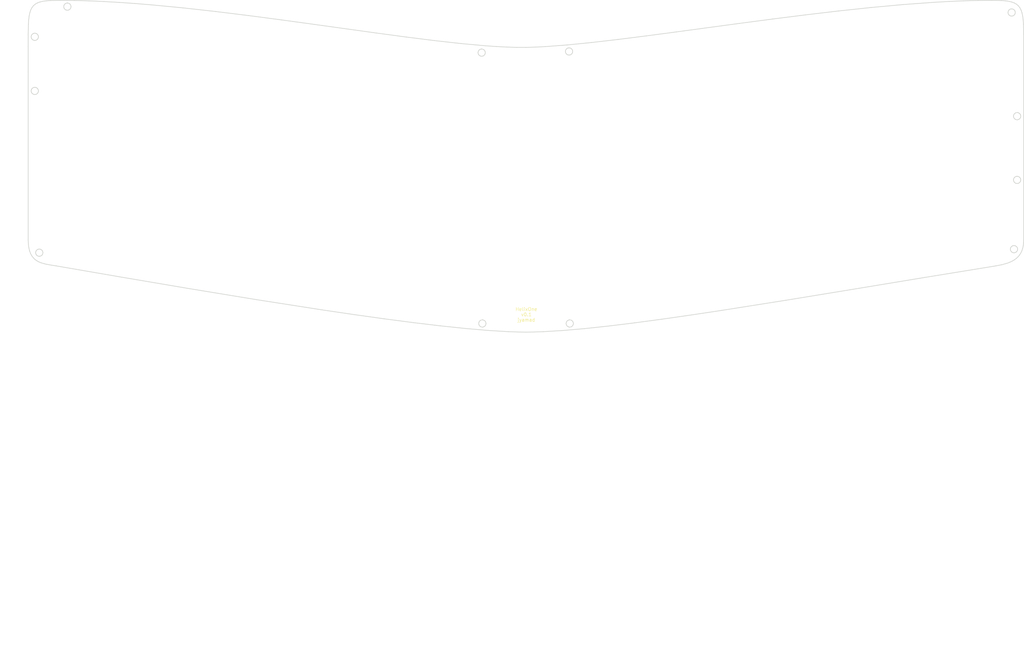
<source format=kicad_pcb>
(kicad_pcb (version 20171130) (host pcbnew "(5.1.6-0-10_14)")

  (general
    (thickness 1.6)
    (drawings 329)
    (tracks 0)
    (zones 0)
    (modules 1)
    (nets 3)
  )

  (page A3)
  (title_block
    (title HelixOne)
    (date 2020-07-14)
    (rev 0.1)
    (company jyamad)
  )

  (layers
    (0 F.Cu signal)
    (31 B.Cu signal)
    (32 B.Adhes user)
    (33 F.Adhes user)
    (34 B.Paste user)
    (35 F.Paste user)
    (36 B.SilkS user)
    (37 F.SilkS user)
    (38 B.Mask user)
    (39 F.Mask user)
    (40 Dwgs.User user)
    (41 Cmts.User user)
    (42 Eco1.User user)
    (43 Eco2.User user)
    (44 Edge.Cuts user)
    (45 Margin user)
    (46 B.CrtYd user)
    (47 F.CrtYd user)
    (48 B.Fab user)
    (49 F.Fab user)
  )

  (setup
    (last_trace_width 0.25)
    (trace_clearance 0.2)
    (zone_clearance 0.508)
    (zone_45_only no)
    (trace_min 0.2)
    (via_size 0.8)
    (via_drill 0.4)
    (via_min_size 0.4)
    (via_min_drill 0.3)
    (uvia_size 0.3)
    (uvia_drill 0.1)
    (uvias_allowed no)
    (uvia_min_size 0.2)
    (uvia_min_drill 0.1)
    (edge_width 0.15)
    (segment_width 0.2)
    (pcb_text_width 0.3)
    (pcb_text_size 1.5 1.5)
    (mod_edge_width 0.15)
    (mod_text_size 1 1)
    (mod_text_width 0.15)
    (pad_size 3.9878 3.9878)
    (pad_drill 3.9878)
    (pad_to_mask_clearance 0.051)
    (solder_mask_min_width 0.25)
    (aux_axis_origin 211.074 140.716)
    (visible_elements FFFFFFFF)
    (pcbplotparams
      (layerselection 0x310fc_ffffffff)
      (usegerberextensions false)
      (usegerberattributes false)
      (usegerberadvancedattributes false)
      (creategerberjobfile true)
      (excludeedgelayer true)
      (linewidth 0.100000)
      (plotframeref true)
      (viasonmask false)
      (mode 1)
      (useauxorigin false)
      (hpglpennumber 1)
      (hpglpenspeed 20)
      (hpglpendiameter 15.000000)
      (psnegative false)
      (psa4output false)
      (plotreference true)
      (plotvalue true)
      (plotinvisibletext false)
      (padsonsilk false)
      (subtractmaskfromsilk false)
      (outputformat 1)
      (mirror false)
      (drillshape 0)
      (scaleselection 1)
      (outputdirectory "gerber-bottom/"))
  )

  (net 0 "")
  (net 1 GND)
  (net 2 VCC)

  (net_class Default "This is the default net class."
    (clearance 0.2)
    (trace_width 0.25)
    (via_dia 0.8)
    (via_drill 0.4)
    (uvia_dia 0.3)
    (uvia_drill 0.1)
  )

  (module "" (layer F.Cu) (tedit 0) (tstamp 0)
    (at 102.8065 165.735)
    (fp_text reference "" (at 71.538774 116.83981) (layer F.SilkS)
      (effects (font (size 1.27 1.27) (thickness 0.15)))
    )
    (fp_text value "" (at 71.538774 116.83981) (layer F.SilkS)
      (effects (font (size 1.27 1.27) (thickness 0.15)))
    )
  )

  (dimension 98.806 (width 0.15) (layer Dwgs.User)
    (gr_text "98.806 mm" (at 44.113694 134.840251 -90) (layer Dwgs.User)
      (effects (font (size 1 1) (thickness 0.15)))
    )
    (feature1 (pts (xy 61.415691 184.24325) (xy 44.82727 184.243251)))
    (feature2 (pts (xy 61.41569 85.43725) (xy 44.827269 85.43725)))
    (crossbar (pts (xy 45.413691 85.437252) (xy 45.413691 184.243251)))
    (arrow1a (pts (xy 45.413691 184.243251) (xy 44.82727 183.116746)))
    (arrow1b (pts (xy 45.413691 184.243251) (xy 46.000112 183.116747)))
    (arrow2a (pts (xy 45.413691 85.437252) (xy 44.827268 86.563754)))
    (arrow2b (pts (xy 45.413691 85.437252) (xy 46.000113 86.563755)))
  )
  (gr_text "HelixOne\nv0.1\njyamad" (at 201.369691 180.179251) (layer F.SilkS)
    (effects (font (size 1 1) (thickness 0.15)))
  )
  (gr_line (start 351.243475 157.634716) (end 351.207059 158.589876) (layer Edge.Cuts) (width 0.2))
  (gr_line (start 351.243477 95.753192) (end 351.243475 157.634716) (layer Edge.Cuts) (width 0.2))
  (gr_line (start 351.17747 92.613766) (end 351.243477 95.753192) (layer Edge.Cuts) (width 0.2))
  (gr_line (start 351.083799 91.31307) (end 351.17747 92.613766) (layer Edge.Cuts) (width 0.2))
  (gr_line (start 350.937205 90.177122) (end 351.083799 91.31307) (layer Edge.Cuts) (width 0.2))
  (gr_line (start 350.72833 89.19497) (end 350.937205 90.177122) (layer Edge.Cuts) (width 0.2))
  (gr_line (start 350.447811 88.355667) (end 350.72833 89.19497) (layer Edge.Cuts) (width 0.2))
  (gr_line (start 51.73371 89.174865) (end 52.007921 88.334325) (layer Edge.Cuts) (width 0.2))
  (gr_line (start 156.292885 95.291142) (end 165.232752 96.491159) (layer Edge.Cuts) (width 0.2))
  (gr_line (start 137.379101 92.65964) (end 156.292885 95.291142) (layer Edge.Cuts) (width 0.2))
  (gr_line (start 127.58111 91.314923) (end 137.379101 92.65964) (layer Edge.Cuts) (width 0.2))
  (gr_line (start 117.672994 90.00874) (end 127.58111 91.314923) (layer Edge.Cuts) (width 0.2))
  (gr_line (start 52.007921 88.334325) (end 52.36358 87.627146) (layer Edge.Cuts) (width 0.2))
  (gr_line (start 51.302344 92.609005) (end 51.390666 91.300973) (layer Edge.Cuts) (width 0.2))
  (gr_line (start 350.086295 87.648262) (end 350.447811 88.355667) (layer Edge.Cuts) (width 0.2))
  (gr_line (start 349.634415 87.061804) (end 350.086295 87.648262) (layer Edge.Cuts) (width 0.2))
  (gr_line (start 349.082816 86.585353) (end 349.634415 87.061804) (layer Edge.Cuts) (width 0.2))
  (gr_line (start 348.422144 86.20795) (end 349.082816 86.585353) (layer Edge.Cuts) (width 0.2))
  (gr_line (start 347.643028 85.91865) (end 348.422144 86.20795) (layer Edge.Cuts) (width 0.2))
  (gr_line (start 346.736118 85.706502) (end 347.643028 85.91865) (layer Edge.Cuts) (width 0.2))
  (gr_line (start 345.692055 85.560555) (end 346.736118 85.706502) (layer Edge.Cuts) (width 0.2))
  (gr_line (start 344.501474 85.469867) (end 345.692055 85.560555) (layer Edge.Cuts) (width 0.2))
  (gr_line (start 341.643337 85.410452) (end 344.501474 85.469867) (layer Edge.Cuts) (width 0.2))
  (gr_line (start 63.829613 86.533212) (end 64.065421 86.882864) (layer Edge.Cuts) (width 0.2))
  (gr_line (start 63.47996 86.297397) (end 63.829613 86.533212) (layer Edge.Cuts) (width 0.2))
  (gr_line (start 63.051944 86.210908) (end 63.47996 86.297397) (layer Edge.Cuts) (width 0.2))
  (gr_line (start 192.307086 99.343338) (end 195.492983 99.507327) (layer Edge.Cuts) (width 0.2))
  (gr_line (start 188.928732 99.107639) (end 192.307086 99.343338) (layer Edge.Cuts) (width 0.2))
  (gr_line (start 181.638638 98.44279) (end 188.928732 99.107639) (layer Edge.Cuts) (width 0.2))
  (gr_line (start 173.710656 97.556169) (end 181.638638 98.44279) (layer Edge.Cuts) (width 0.2))
  (gr_line (start 165.232752 96.491159) (end 173.710656 97.556169) (layer Edge.Cuts) (width 0.2))
  (gr_line (start 55.704681 85.698547) (end 56.753668 85.555656) (layer Edge.Cuts) (width 0.2))
  (gr_line (start 54.795608 85.907402) (end 55.704681 85.698547) (layer Edge.Cuts) (width 0.2))
  (gr_line (start 83.397322 86.366942) (end 88.167529 86.755256) (layer Edge.Cuts) (width 0.2))
  (gr_line (start 78.698537 86.037069) (end 83.397322 86.366942) (layer Edge.Cuts) (width 0.2))
  (gr_line (start 74.082175 85.771059) (end 78.698537 86.037069) (layer Edge.Cuts) (width 0.2))
  (gr_line (start 69.559227 85.574339) (end 74.082175 85.771059) (layer Edge.Cuts) (width 0.2))
  (gr_line (start 337.479486 85.44998) (end 341.643337 85.410452) (layer Edge.Cuts) (width 0.2))
  (gr_line (start 333.182584 85.565251) (end 337.479486 85.44998) (layer Edge.Cuts) (width 0.2))
  (gr_line (start 328.764493 85.751292) (end 333.182584 85.565251) (layer Edge.Cuts) (width 0.2))
  (gr_line (start 324.237072 86.003138) (end 328.764493 85.751292) (layer Edge.Cuts) (width 0.2))
  (gr_line (start 51.390666 91.300973) (end 51.531205 90.160005) (layer Edge.Cuts) (width 0.2))
  (gr_line (start 51.243379 95.771185) (end 51.302344 92.609005) (layer Edge.Cuts) (width 0.2))
  (gr_line (start 51.531205 90.160005) (end 51.73371 89.174865) (layer Edge.Cuts) (width 0.2))
  (gr_line (start 107.742721 88.784479) (end 117.672994 90.00874) (layer Edge.Cuts) (width 0.2))
  (gr_line (start 97.878245 87.685524) (end 107.742721 88.784479) (layer Edge.Cuts) (width 0.2))
  (gr_line (start 88.167529 86.755256) (end 97.878245 87.685524) (layer Edge.Cuts) (width 0.2))
  (gr_line (start 314.901699 86.684365) (end 324.237072 86.003138) (layer Edge.Cuts) (width 0.2))
  (gr_line (start 305.271358 87.569191) (end 314.901699 86.684365) (layer Edge.Cuts) (width 0.2))
  (gr_line (start 295.440956 88.617857) (end 305.271358 87.569191) (layer Edge.Cuts) (width 0.2))
  (gr_line (start 285.505386 89.790614) (end 295.440956 88.617857) (layer Edge.Cuts) (width 0.2))
  (gr_line (start 275.559553 91.04772) (end 285.505386 89.790614) (layer Edge.Cuts) (width 0.2))
  (gr_line (start 265.698353 92.349416) (end 275.559553 91.04772) (layer Edge.Cuts) (width 0.2))
  (gr_line (start 246.609445 94.9276) (end 265.698353 92.349416) (layer Edge.Cuts) (width 0.2))
  (gr_line (start 237.57154 96.124584) (end 246.609445 94.9276) (layer Edge.Cuts) (width 0.2))
  (gr_line (start 228.99786 97.207166) (end 237.57154 96.124584) (layer Edge.Cuts) (width 0.2))
  (gr_line (start 220.983313 98.135596) (end 228.99786 97.207166) (layer Edge.Cuts) (width 0.2))
  (gr_line (start 213.62279 98.870121) (end 220.983313 98.135596) (layer Edge.Cuts) (width 0.2))
  (gr_line (start 207.011196 99.370997) (end 213.62279 98.870121) (layer Edge.Cuts) (width 0.2))
  (gr_line (start 204.015904 99.521394) (end 207.011196 99.370997) (layer Edge.Cuts) (width 0.2))
  (gr_line (start 201.243427 99.59847) (end 204.015904 99.521394) (layer Edge.Cuts) (width 0.2))
  (gr_line (start 198.47543 99.594178) (end 201.243427 99.59847) (layer Edge.Cuts) (width 0.2))
  (gr_line (start 195.492983 99.507327) (end 198.47543 99.594178) (layer Edge.Cuts) (width 0.2))
  (gr_line (start 54.016705 86.193457) (end 54.795608 85.907402) (layer Edge.Cuts) (width 0.2))
  (gr_line (start 53.358227 86.567942) (end 54.016705 86.193457) (layer Edge.Cuts) (width 0.2))
  (gr_line (start 348.831806 138.555074) (end 349.259807 138.468585) (layer Edge.Cuts) (width 0.2))
  (gr_line (start 348.482154 138.79089) (end 348.831806 138.555074) (layer Edge.Cuts) (width 0.2))
  (gr_line (start 348.246337 139.140543) (end 348.482154 138.79089) (layer Edge.Cuts) (width 0.2))
  (gr_line (start 348.159846 139.568545) (end 348.246337 139.140543) (layer Edge.Cuts) (width 0.2))
  (gr_line (start 348.246339 139.996547) (end 348.159846 139.568545) (layer Edge.Cuts) (width 0.2))
  (gr_line (start 348.482153 140.3462) (end 348.246339 139.996547) (layer Edge.Cuts) (width 0.2))
  (gr_line (start 348.831806 140.582015) (end 348.482153 140.3462) (layer Edge.Cuts) (width 0.2))
  (gr_line (start 349.259808 140.668504) (end 348.831806 140.582015) (layer Edge.Cuts) (width 0.2))
  (gr_line (start 349.687865 140.582014) (end 349.259808 140.668504) (layer Edge.Cuts) (width 0.2))
  (gr_line (start 350.037637 140.346199) (end 349.687865 140.582014) (layer Edge.Cuts) (width 0.2))
  (gr_line (start 350.273577 139.996547) (end 350.037637 140.346199) (layer Edge.Cuts) (width 0.2))
  (gr_line (start 350.360122 139.568546) (end 350.273577 139.996547) (layer Edge.Cuts) (width 0.2))
  (gr_line (start 350.273576 139.140543) (end 350.360122 139.568546) (layer Edge.Cuts) (width 0.2))
  (gr_line (start 350.037638 138.790889) (end 350.273576 139.140543) (layer Edge.Cuts) (width 0.2))
  (gr_line (start 349.687867 138.555074) (end 350.037638 138.790889) (layer Edge.Cuts) (width 0.2))
  (gr_line (start 349.259807 138.468585) (end 349.687867 138.555074) (layer Edge.Cuts) (width 0.2))
  (gr_line (start 349.259807 119.244313) (end 349.259807 119.244313) (layer Edge.Cuts) (width 0.2))
  (gr_line (start 348.831806 119.330802) (end 349.259807 119.244313) (layer Edge.Cuts) (width 0.2))
  (gr_line (start 348.482153 119.566621) (end 348.831806 119.330802) (layer Edge.Cuts) (width 0.2))
  (gr_line (start 348.246337 119.916272) (end 348.482153 119.566621) (layer Edge.Cuts) (width 0.2))
  (gr_line (start 348.159847 120.344272) (end 348.246337 119.916272) (layer Edge.Cuts) (width 0.2))
  (gr_line (start 348.246339 120.772274) (end 348.159847 120.344272) (layer Edge.Cuts) (width 0.2))
  (gr_line (start 348.482153 121.121927) (end 348.246339 120.772274) (layer Edge.Cuts) (width 0.2))
  (gr_line (start 348.831807 121.357742) (end 348.482153 121.121927) (layer Edge.Cuts) (width 0.2))
  (gr_line (start 349.259807 121.444235) (end 348.831807 121.357742) (layer Edge.Cuts) (width 0.2))
  (gr_line (start 349.687864 121.357742) (end 349.259807 121.444235) (layer Edge.Cuts) (width 0.2))
  (gr_line (start 350.03764 121.121928) (end 349.687864 121.357742) (layer Edge.Cuts) (width 0.2))
  (gr_line (start 350.273576 120.772275) (end 350.03764 121.121928) (layer Edge.Cuts) (width 0.2))
  (gr_line (start 350.360122 120.344271) (end 350.273576 120.772275) (layer Edge.Cuts) (width 0.2))
  (gr_line (start 350.273574 119.916271) (end 350.360122 120.344271) (layer Edge.Cuts) (width 0.2))
  (gr_line (start 350.037639 119.566619) (end 350.273574 119.916271) (layer Edge.Cuts) (width 0.2))
  (gr_line (start 349.687865 119.330803) (end 350.037639 119.566619) (layer Edge.Cuts) (width 0.2))
  (gr_line (start 349.259807 119.244313) (end 349.687865 119.330803) (layer Edge.Cuts) (width 0.2))
  (gr_line (start 54.585277 160.4163) (end 54.585277 160.4163) (layer Edge.Cuts) (width 0.2))
  (gr_line (start 54.157201 160.502782) (end 54.585277 160.4163) (layer Edge.Cuts) (width 0.2))
  (gr_line (start 53.807416 160.738574) (end 54.157201 160.502782) (layer Edge.Cuts) (width 0.2))
  (gr_line (start 53.571476 161.088215) (end 53.807416 160.738574) (layer Edge.Cuts) (width 0.2))
  (gr_line (start 53.48493 161.516224) (end 53.571476 161.088215) (layer Edge.Cuts) (width 0.2))
  (gr_line (start 53.571474 161.944244) (end 53.48493 161.516224) (layer Edge.Cuts) (width 0.2))
  (gr_line (start 53.807416 162.293892) (end 53.571474 161.944244) (layer Edge.Cuts) (width 0.2))
  (gr_line (start 54.1572 162.529701) (end 53.807416 162.293892) (layer Edge.Cuts) (width 0.2))
  (gr_line (start 54.585277 162.616188) (end 54.1572 162.529701) (layer Edge.Cuts) (width 0.2))
  (gr_line (start 55.013294 162.529701) (end 54.585277 162.616188) (layer Edge.Cuts) (width 0.2))
  (gr_line (start 55.362944 162.293892) (end 55.013294 162.529701) (layer Edge.Cuts) (width 0.2))
  (gr_line (start 55.598751 161.944244) (end 55.362944 162.293892) (layer Edge.Cuts) (width 0.2))
  (gr_line (start 55.685237 161.516224) (end 55.598751 161.944244) (layer Edge.Cuts) (width 0.2))
  (gr_line (start 55.598751 161.088212) (end 55.685237 161.516224) (layer Edge.Cuts) (width 0.2))
  (gr_line (start 55.362944 160.738577) (end 55.598751 161.088212) (layer Edge.Cuts) (width 0.2))
  (gr_line (start 55.013293 160.502781) (end 55.362944 160.738577) (layer Edge.Cuts) (width 0.2))
  (gr_line (start 54.585277 160.4163) (end 55.013293 160.502781) (layer Edge.Cuts) (width 0.2))
  (gr_line (start 347.610572 87.974796) (end 347.610572 87.974796) (layer Edge.Cuts) (width 0.2))
  (gr_line (start 347.18257 88.061287) (end 347.610572 87.974796) (layer Edge.Cuts) (width 0.2))
  (gr_line (start 346.832915 88.297104) (end 347.18257 88.061287) (layer Edge.Cuts) (width 0.2))
  (gr_line (start 346.597102 88.646754) (end 346.832915 88.297104) (layer Edge.Cuts) (width 0.2))
  (gr_line (start 346.510611 89.074757) (end 346.597102 88.646754) (layer Edge.Cuts) (width 0.2))
  (gr_line (start 346.597101 89.502759) (end 346.510611 89.074757) (layer Edge.Cuts) (width 0.2))
  (gr_line (start 346.832918 89.852411) (end 346.597101 89.502759) (layer Edge.Cuts) (width 0.2))
  (gr_line (start 347.18257 90.088226) (end 346.832918 89.852411) (layer Edge.Cuts) (width 0.2))
  (gr_line (start 347.610573 90.174718) (end 347.18257 90.088226) (layer Edge.Cuts) (width 0.2))
  (gr_line (start 348.038576 90.088225) (end 347.610573 90.174718) (layer Edge.Cuts) (width 0.2))
  (gr_line (start 348.388229 89.852412) (end 348.038576 90.088225) (layer Edge.Cuts) (width 0.2))
  (gr_line (start 348.624041 89.502757) (end 348.388229 89.852412) (layer Edge.Cuts) (width 0.2))
  (gr_line (start 348.710534 89.074758) (end 348.624041 89.502757) (layer Edge.Cuts) (width 0.2))
  (gr_line (start 348.624042 88.646755) (end 348.710534 89.074758) (layer Edge.Cuts) (width 0.2))
  (gr_line (start 348.388225 88.297104) (end 348.624042 88.646755) (layer Edge.Cuts) (width 0.2))
  (gr_line (start 348.038574 88.061287) (end 348.388225 88.297104) (layer Edge.Cuts) (width 0.2))
  (gr_line (start 347.610572 87.974796) (end 348.038574 88.061287) (layer Edge.Cuts) (width 0.2))
  (gr_line (start 188.107043 181.766092) (end 188.107043 181.766092) (layer Edge.Cuts) (width 0.2))
  (gr_line (start 187.67904 181.852579) (end 188.107043 181.766092) (layer Edge.Cuts) (width 0.2))
  (gr_line (start 187.329386 182.088386) (end 187.67904 181.852579) (layer Edge.Cuts) (width 0.2))
  (gr_line (start 187.093574 182.438034) (end 187.329386 182.088386) (layer Edge.Cuts) (width 0.2))
  (gr_line (start 187.007082 182.866054) (end 187.093574 182.438034) (layer Edge.Cuts) (width 0.2))
  (gr_line (start 348.316126 159.357965) (end 348.316126 159.357965) (layer Edge.Cuts) (width 0.2))
  (gr_line (start 347.888125 159.444448) (end 348.316126 159.357965) (layer Edge.Cuts) (width 0.2))
  (gr_line (start 57.952314 85.467498) (end 60.837557 85.410453) (layer Edge.Cuts) (width 0.2))
  (gr_line (start 56.753668 85.555656) (end 57.952314 85.467498) (layer Edge.Cuts) (width 0.2))
  (gr_line (start 187.093571 183.294063) (end 187.007082 182.866054) (layer Edge.Cuts) (width 0.2))
  (gr_line (start 187.329389 183.643703) (end 187.093571 183.294063) (layer Edge.Cuts) (width 0.2))
  (gr_line (start 187.67904 183.879497) (end 187.329389 183.643703) (layer Edge.Cuts) (width 0.2))
  (gr_line (start 188.107043 183.965978) (end 187.67904 183.879497) (layer Edge.Cuts) (width 0.2))
  (gr_line (start 347.538473 159.680242) (end 347.888125 159.444448) (layer Edge.Cuts) (width 0.2))
  (gr_line (start 347.302657 160.02988) (end 347.538473 159.680242) (layer Edge.Cuts) (width 0.2))
  (gr_line (start 347.216166 160.457891) (end 347.302657 160.02988) (layer Edge.Cuts) (width 0.2))
  (gr_line (start 347.302658 160.885908) (end 347.216166 160.457891) (layer Edge.Cuts) (width 0.2))
  (gr_line (start 347.538472 161.235561) (end 347.302658 160.885908) (layer Edge.Cuts) (width 0.2))
  (gr_line (start 347.888126 161.471366) (end 347.538472 161.235561) (layer Edge.Cuts) (width 0.2))
  (gr_line (start 348.316128 161.557854) (end 347.888126 161.471366) (layer Edge.Cuts) (width 0.2))
  (gr_line (start 348.744131 161.471366) (end 348.316128 161.557854) (layer Edge.Cuts) (width 0.2))
  (gr_line (start 349.093783 161.23556) (end 348.744131 161.471366) (layer Edge.Cuts) (width 0.2))
  (gr_line (start 349.329597 160.885907) (end 349.093783 161.23556) (layer Edge.Cuts) (width 0.2))
  (gr_line (start 349.416088 160.457891) (end 349.329597 160.885907) (layer Edge.Cuts) (width 0.2))
  (gr_line (start 349.329595 160.02988) (end 349.416088 160.457891) (layer Edge.Cuts) (width 0.2))
  (gr_line (start 349.09378 159.680242) (end 349.329595 160.02988) (layer Edge.Cuts) (width 0.2))
  (gr_line (start 348.74413 159.444446) (end 349.09378 159.680242) (layer Edge.Cuts) (width 0.2))
  (gr_line (start 348.316126 159.357965) (end 348.74413 159.444446) (layer Edge.Cuts) (width 0.2))
  (gr_line (start 349.259807 138.468585) (end 349.259807 138.468585) (layer Edge.Cuts) (width 0.2))
  (gr_line (start 52.810435 87.042096) (end 53.358227 86.567942) (layer Edge.Cuts) (width 0.2))
  (gr_line (start 52.36358 87.627146) (end 52.810435 87.042096) (layer Edge.Cuts) (width 0.2))
  (gr_line (start 65.140689 85.452328) (end 69.559227 85.574339) (layer Edge.Cuts) (width 0.2))
  (gr_line (start 60.837557 85.410453) (end 65.140689 85.452328) (layer Edge.Cuts) (width 0.2))
  (gr_line (start 348.440067 163.666711) (end 347.805084 164.041637) (layer Edge.Cuts) (width 0.2))
  (gr_line (start 349.013966 163.243549) (end 348.440067 163.666711) (layer Edge.Cuts) (width 0.2))
  (gr_line (start 349.525431 162.768089) (end 349.013966 163.243549) (layer Edge.Cuts) (width 0.2))
  (gr_line (start 349.973099 162.23628) (end 349.525431 162.768089) (layer Edge.Cuts) (width 0.2))
  (gr_line (start 350.355616 161.644056) (end 349.973099 162.23628) (layer Edge.Cuts) (width 0.2))
  (gr_line (start 350.67163 160.987362) (end 350.355616 161.644056) (layer Edge.Cuts) (width 0.2))
  (gr_line (start 350.919778 160.262141) (end 350.67163 160.987362) (layer Edge.Cuts) (width 0.2))
  (gr_line (start 351.098706 159.464331) (end 350.919778 160.262141) (layer Edge.Cuts) (width 0.2))
  (gr_line (start 351.207059 158.589876) (end 351.098706 159.464331) (layer Edge.Cuts) (width 0.2))
  (gr_line (start 52.458236 113.508632) (end 52.222428 113.158979) (layer Edge.Cuts) (width 0.2))
  (gr_line (start 52.807887 113.744445) (end 52.458236 113.508632) (layer Edge.Cuts) (width 0.2))
  (gr_line (start 53.235901 113.830937) (end 52.807887 113.744445) (layer Edge.Cuts) (width 0.2))
  (gr_line (start 53.663918 113.744445) (end 53.235901 113.830937) (layer Edge.Cuts) (width 0.2))
  (gr_line (start 54.01357 113.508632) (end 53.663918 113.744445) (layer Edge.Cuts) (width 0.2))
  (gr_line (start 54.249377 113.158977) (end 54.01357 113.508632) (layer Edge.Cuts) (width 0.2))
  (gr_line (start 54.335865 112.730976) (end 54.249377 113.158977) (layer Edge.Cuts) (width 0.2))
  (gr_line (start 54.249379 112.302973) (end 54.335865 112.730976) (layer Edge.Cuts) (width 0.2))
  (gr_line (start 54.01357 111.953323) (end 54.249379 112.302973) (layer Edge.Cuts) (width 0.2))
  (gr_line (start 53.235902 111.631013) (end 53.235902 111.631013) (layer Edge.Cuts) (width 0.2))
  (gr_line (start 52.807884 111.717504) (end 53.235902 111.631013) (layer Edge.Cuts) (width 0.2))
  (gr_line (start 52.458236 111.953322) (end 52.807884 111.717504) (layer Edge.Cuts) (width 0.2))
  (gr_line (start 55.177268 164.589381) (end 54.515045 164.321979) (layer Edge.Cuts) (width 0.2))
  (gr_line (start 56.605254 164.979098) (end 55.177268 164.589381) (layer Edge.Cuts) (width 0.2))
  (gr_line (start 58.129238 165.253298) (end 56.605254 164.979098) (layer Edge.Cuts) (width 0.2))
  (gr_line (start 59.698759 165.505508) (end 58.129238 165.253298) (layer Edge.Cuts) (width 0.2))
  (gr_line (start 79.278231 168.87844) (end 59.698759 165.505508) (layer Edge.Cuts) (width 0.2))
  (gr_line (start 149.372717 180.175979) (end 139.842501 178.77018) (layer Edge.Cuts) (width 0.2))
  (gr_line (start 158.531016 181.459139) (end 149.372717 180.175979) (layer Edge.Cuts) (width 0.2))
  (gr_line (start 167.238346 182.599685) (end 158.531016 181.459139) (layer Edge.Cuts) (width 0.2))
  (gr_line (start 175.415647 183.577646) (end 167.238346 182.599685) (layer Edge.Cuts) (width 0.2))
  (gr_line (start 53.66392 111.717507) (end 54.01357 111.953323) (layer Edge.Cuts) (width 0.2))
  (gr_line (start 53.235902 111.631013) (end 53.66392 111.717507) (layer Edge.Cuts) (width 0.2))
  (gr_line (start 53.235901 95.315041) (end 53.235901 95.315041) (layer Edge.Cuts) (width 0.2))
  (gr_line (start 188.535045 183.8795) (end 188.107043 183.965978) (layer Edge.Cuts) (width 0.2))
  (gr_line (start 188.884696 183.643702) (end 188.535045 183.8795) (layer Edge.Cuts) (width 0.2))
  (gr_line (start 189.120513 183.294065) (end 188.884696 183.643702) (layer Edge.Cuts) (width 0.2))
  (gr_line (start 189.207006 182.866053) (end 189.120513 183.294065) (layer Edge.Cuts) (width 0.2))
  (gr_line (start 189.120511 182.438037) (end 189.207006 182.866053) (layer Edge.Cuts) (width 0.2))
  (gr_line (start 188.884697 182.088386) (end 189.120511 182.438037) (layer Edge.Cuts) (width 0.2))
  (gr_line (start 188.535043 181.852578) (end 188.884697 182.088386) (layer Edge.Cuts) (width 0.2))
  (gr_line (start 188.107043 181.766092) (end 188.535043 181.852578) (layer Edge.Cuts) (width 0.2))
  (gr_line (start 214.441197 181.766092) (end 214.441197 181.766092) (layer Edge.Cuts) (width 0.2))
  (gr_line (start 214.013195 181.85258) (end 214.441197 181.766092) (layer Edge.Cuts) (width 0.2))
  (gr_line (start 213.663542 182.088384) (end 214.013195 181.85258) (layer Edge.Cuts) (width 0.2))
  (gr_line (start 213.427728 182.438037) (end 213.663542 182.088384) (layer Edge.Cuts) (width 0.2))
  (gr_line (start 213.341237 182.866055) (end 213.427728 182.438037) (layer Edge.Cuts) (width 0.2))
  (gr_line (start 213.427727 183.294066) (end 213.341237 182.866055) (layer Edge.Cuts) (width 0.2))
  (gr_line (start 213.663544 183.643703) (end 213.427727 183.294066) (layer Edge.Cuts) (width 0.2))
  (gr_line (start 214.013193 183.879498) (end 213.663544 183.643703) (layer Edge.Cuts) (width 0.2))
  (gr_line (start 214.441196 183.96598) (end 214.013193 183.879498) (layer Edge.Cuts) (width 0.2))
  (gr_line (start 214.8692 183.879498) (end 214.441196 183.96598) (layer Edge.Cuts) (width 0.2))
  (gr_line (start 215.218852 183.643703) (end 214.8692 183.879498) (layer Edge.Cuts) (width 0.2))
  (gr_line (start 215.454666 183.294065) (end 215.218852 183.643703) (layer Edge.Cuts) (width 0.2))
  (gr_line (start 215.541159 182.866054) (end 215.454666 183.294065) (layer Edge.Cuts) (width 0.2))
  (gr_line (start 215.454667 182.438039) (end 215.541159 182.866054) (layer Edge.Cuts) (width 0.2))
  (gr_line (start 215.218852 182.088384) (end 215.454667 182.438039) (layer Edge.Cuts) (width 0.2))
  (gr_line (start 214.8692 181.852578) (end 215.218852 182.088384) (layer Edge.Cuts) (width 0.2))
  (gr_line (start 214.441197 181.766092) (end 214.8692 181.852578) (layer Edge.Cuts) (width 0.2))
  (gr_line (start 187.898903 100.082834) (end 187.898903 100.082834) (layer Edge.Cuts) (width 0.2))
  (gr_line (start 187.470903 100.169325) (end 187.898903 100.082834) (layer Edge.Cuts) (width 0.2))
  (gr_line (start 187.121249 100.405141) (end 187.470903 100.169325) (layer Edge.Cuts) (width 0.2))
  (gr_line (start 186.885434 100.754794) (end 187.121249 100.405141) (layer Edge.Cuts) (width 0.2))
  (gr_line (start 186.798943 101.182795) (end 186.885434 100.754794) (layer Edge.Cuts) (width 0.2))
  (gr_line (start 186.885434 101.610852) (end 186.798943 101.182795) (layer Edge.Cuts) (width 0.2))
  (gr_line (start 187.121249 101.960626) (end 186.885434 101.610852) (layer Edge.Cuts) (width 0.2))
  (gr_line (start 187.470902 102.196564) (end 187.121249 101.960626) (layer Edge.Cuts) (width 0.2))
  (gr_line (start 187.898903 102.28311) (end 187.470902 102.196564) (layer Edge.Cuts) (width 0.2))
  (gr_line (start 188.326907 102.196562) (end 187.898903 102.28311) (layer Edge.Cuts) (width 0.2))
  (gr_line (start 188.676556 101.960627) (end 188.326907 102.196562) (layer Edge.Cuts) (width 0.2))
  (gr_line (start 188.912376 101.610854) (end 188.676556 101.960627) (layer Edge.Cuts) (width 0.2))
  (gr_line (start 188.998864 101.182797) (end 188.912376 101.610854) (layer Edge.Cuts) (width 0.2))
  (gr_line (start 52.222428 112.302975) (end 52.458236 111.953322) (layer Edge.Cuts) (width 0.2))
  (gr_line (start 52.135942 112.730977) (end 52.222428 112.302975) (layer Edge.Cuts) (width 0.2))
  (gr_line (start 52.222428 113.158979) (end 52.135942 112.730977) (layer Edge.Cuts) (width 0.2))
  (gr_line (start 218.938195 184.408998) (end 212.352586 184.983131) (layer Edge.Cuts) (width 0.2))
  (gr_line (start 226.144362 183.636635) (end 218.938195 184.408998) (layer Edge.Cuts) (width 0.2))
  (gr_line (start 233.920998 182.684176) (end 226.144362 183.636635) (layer Edge.Cuts) (width 0.2))
  (gr_line (start 242.218013 181.569743) (end 233.920998 182.684176) (layer Edge.Cuts) (width 0.2))
  (gr_line (start 250.985307 180.311474) (end 242.218013 181.569743) (layer Edge.Cuts) (width 0.2))
  (gr_line (start 260.172795 178.927489) (end 250.985307 180.311474) (layer Edge.Cuts) (width 0.2))
  (gr_line (start 279.607969 175.854903) (end 260.172795 178.927489) (layer Edge.Cuts) (width 0.2))
  (gr_line (start 300.122798 172.497019) (end 279.607969 175.854903) (layer Edge.Cuts) (width 0.2))
  (gr_line (start 321.316537 168.998879) (end 300.122798 172.497019) (layer Edge.Cuts) (width 0.2))
  (gr_line (start 342.788454 165.505507) (end 321.316537 168.998879) (layer Edge.Cuts) (width 0.2))
  (gr_line (start 344.681474 165.14015) (end 342.788454 165.505507) (layer Edge.Cuts) (width 0.2))
  (gr_line (start 214.233058 99.730057) (end 214.233058 99.730057) (layer Edge.Cuts) (width 0.2))
  (gr_line (start 213.805056 99.816547) (end 214.233058 99.730057) (layer Edge.Cuts) (width 0.2))
  (gr_line (start 213.455405 100.052363) (end 213.805056 99.816547) (layer Edge.Cuts) (width 0.2))
  (gr_line (start 213.219587 100.402016) (end 213.455405 100.052363) (layer Edge.Cuts) (width 0.2))
  (gr_line (start 213.133096 100.830017) (end 213.219587 100.402016) (layer Edge.Cuts) (width 0.2))
  (gr_line (start 213.21959 101.258075) (end 213.133096 100.830017) (layer Edge.Cuts) (width 0.2))
  (gr_line (start 213.455404 101.607848) (end 213.21959 101.258075) (layer Edge.Cuts) (width 0.2))
  (gr_line (start 213.805056 101.843787) (end 213.455404 101.607848) (layer Edge.Cuts) (width 0.2))
  (gr_line (start 214.233059 101.930332) (end 213.805056 101.843787) (layer Edge.Cuts) (width 0.2))
  (gr_line (start 214.66106 101.843787) (end 214.233059 101.930332) (layer Edge.Cuts) (width 0.2))
  (gr_line (start 215.010715 101.607849) (end 214.66106 101.843787) (layer Edge.Cuts) (width 0.2))
  (gr_line (start 215.246528 101.258075) (end 215.010715 101.607849) (layer Edge.Cuts) (width 0.2))
  (gr_line (start 99.58365 172.320049) (end 79.278231 168.87844) (layer Edge.Cuts) (width 0.2))
  (gr_line (start 119.982561 175.670556) (end 99.58365 172.320049) (layer Edge.Cuts) (width 0.2))
  (gr_line (start 139.842501 178.77018) (end 119.982561 175.670556) (layer Edge.Cuts) (width 0.2))
  (gr_line (start 215.33302 100.830019) (end 215.246528 101.258075) (layer Edge.Cuts) (width 0.2))
  (gr_line (start 215.246526 100.402016) (end 215.33302 100.830019) (layer Edge.Cuts) (width 0.2))
  (gr_line (start 215.010713 100.052363) (end 215.246526 100.402016) (layer Edge.Cuts) (width 0.2))
  (gr_line (start 214.661061 99.816549) (end 215.010713 100.052363) (layer Edge.Cuts) (width 0.2))
  (gr_line (start 214.233058 99.730057) (end 214.661061 99.816549) (layer Edge.Cuts) (width 0.2))
  (gr_line (start 51.243378 99.347997) (end 51.243379 95.771185) (layer Edge.Cuts) (width 0.2))
  (gr_line (start 188.912373 100.754794) (end 188.998864 101.182797) (layer Edge.Cuts) (width 0.2))
  (gr_line (start 188.67656 100.405141) (end 188.912373 100.754794) (layer Edge.Cuts) (width 0.2))
  (gr_line (start 188.326906 100.169326) (end 188.67656 100.405141) (layer Edge.Cuts) (width 0.2))
  (gr_line (start 187.898903 100.082834) (end 188.326906 100.169326) (layer Edge.Cuts) (width 0.2))
  (gr_line (start 51.243661 157.634717) (end 51.243379 106.978583) (layer Edge.Cuts) (width 0.2))
  (gr_line (start 51.292461 158.898534) (end 51.243661 157.634717) (layer Edge.Cuts) (width 0.2))
  (gr_line (start 51.43465 160.004877) (end 51.292461 158.898534) (layer Edge.Cuts) (width 0.2))
  (gr_line (start 52.807886 95.401535) (end 53.235901 95.315041) (layer Edge.Cuts) (width 0.2))
  (gr_line (start 52.458235 95.637349) (end 52.807886 95.401535) (layer Edge.Cuts) (width 0.2))
  (gr_line (start 52.222427 95.987001) (end 52.458235 95.637349) (layer Edge.Cuts) (width 0.2))
  (gr_line (start 52.135942 96.415003) (end 52.222427 95.987001) (layer Edge.Cuts) (width 0.2))
  (gr_line (start 52.222428 96.843007) (end 52.135942 96.415003) (layer Edge.Cuts) (width 0.2))
  (gr_line (start 52.458235 97.192658) (end 52.222428 96.843007) (layer Edge.Cuts) (width 0.2))
  (gr_line (start 51.663925 160.965433) (end 51.43465 160.004877) (layer Edge.Cuts) (width 0.2))
  (gr_line (start 51.973973 161.791898) (end 51.663925 160.965433) (layer Edge.Cuts) (width 0.2))
  (gr_line (start 52.358487 162.495959) (end 51.973973 161.791898) (layer Edge.Cuts) (width 0.2))
  (gr_line (start 52.81116 163.089307) (end 52.358487 162.495959) (layer Edge.Cuts) (width 0.2))
  (gr_line (start 53.325682 163.583633) (end 52.81116 163.089307) (layer Edge.Cuts) (width 0.2))
  (gr_line (start 53.895747 163.990625) (end 53.325682 163.583633) (layer Edge.Cuts) (width 0.2))
  (gr_line (start 54.515045 164.321979) (end 53.895747 163.990625) (layer Edge.Cuts) (width 0.2))
  (gr_line (start 182.983862 184.373051) (end 175.415647 183.577646) (layer Edge.Cuts) (width 0.2))
  (gr_line (start 189.863937 184.965924) (end 182.983862 184.373051) (layer Edge.Cuts) (width 0.2))
  (gr_line (start 195.976811 185.336297) (end 189.863937 184.965924) (layer Edge.Cuts) (width 0.2))
  (gr_line (start 198.720841 185.431801) (end 195.976811 185.336297) (layer Edge.Cuts) (width 0.2))
  (gr_line (start 201.243426 185.464192) (end 198.720841 185.431801) (layer Edge.Cuts) (width 0.2))
  (gr_line (start 203.747308 185.43299) (end 201.243426 185.464192) (layer Edge.Cuts) (width 0.2))
  (gr_line (start 206.437634 185.340903) (end 203.747308 185.43299) (layer Edge.Cuts) (width 0.2))
  (gr_line (start 212.352586 184.983131) (end 206.437634 185.340903) (layer Edge.Cuts) (width 0.2))
  (gr_line (start 346.3573 164.663016) (end 344.681474 165.14015) (layer Edge.Cuts) (width 0.2))
  (gr_line (start 347.110374 164.372386) (end 346.3573 164.663016) (layer Edge.Cuts) (width 0.2))
  (gr_line (start 347.805084 164.041637) (end 347.110374 164.372386) (layer Edge.Cuts) (width 0.2))
  (gr_line (start 52.807885 97.428475) (end 52.458235 97.192658) (layer Edge.Cuts) (width 0.2))
  (gr_line (start 53.235903 97.514964) (end 52.807885 97.428475) (layer Edge.Cuts) (width 0.2))
  (gr_line (start 53.663919 97.428474) (end 53.235903 97.514964) (layer Edge.Cuts) (width 0.2))
  (gr_line (start 54.013572 97.192657) (end 53.663919 97.428474) (layer Edge.Cuts) (width 0.2))
  (gr_line (start 54.249378 96.843006) (end 54.013572 97.192657) (layer Edge.Cuts) (width 0.2))
  (gr_line (start 54.335865 96.415004) (end 54.249378 96.843006) (layer Edge.Cuts) (width 0.2))
  (gr_line (start 54.249377 95.987002) (end 54.335865 96.415004) (layer Edge.Cuts) (width 0.2))
  (gr_line (start 54.013571 95.63735) (end 54.249377 95.987002) (layer Edge.Cuts) (width 0.2))
  (gr_line (start 53.66392 95.401533) (end 54.013571 95.63735) (layer Edge.Cuts) (width 0.2))
  (gr_line (start 53.235901 95.315041) (end 53.66392 95.401533) (layer Edge.Cuts) (width 0.2))
  (gr_line (start 63.051944 86.210908) (end 63.051944 86.210908) (layer Edge.Cuts) (width 0.2))
  (gr_line (start 62.623867 86.297399) (end 63.051944 86.210908) (layer Edge.Cuts) (width 0.2))
  (gr_line (start 62.274083 86.533214) (end 62.623867 86.297399) (layer Edge.Cuts) (width 0.2))
  (gr_line (start 62.038144 86.882864) (end 62.274083 86.533214) (layer Edge.Cuts) (width 0.2))
  (gr_line (start 61.951597 87.310868) (end 62.038144 86.882864) (layer Edge.Cuts) (width 0.2))
  (gr_line (start 62.03814 87.738869) (end 61.951597 87.310868) (layer Edge.Cuts) (width 0.2))
  (gr_line (start 62.274084 88.088523) (end 62.03814 87.738869) (layer Edge.Cuts) (width 0.2))
  (gr_line (start 62.623864 88.324336) (end 62.274084 88.088523) (layer Edge.Cuts) (width 0.2))
  (gr_line (start 63.051945 88.410829) (end 62.623864 88.324336) (layer Edge.Cuts) (width 0.2))
  (gr_line (start 63.47996 88.324336) (end 63.051945 88.410829) (layer Edge.Cuts) (width 0.2))
  (gr_line (start 63.829613 88.088522) (end 63.47996 88.324336) (layer Edge.Cuts) (width 0.2))
  (gr_line (start 64.065419 87.738871) (end 63.829613 88.088522) (layer Edge.Cuts) (width 0.2))
  (gr_line (start 64.151907 87.310869) (end 64.065419 87.738871) (layer Edge.Cuts) (width 0.2))
  (gr_line (start 64.065421 86.882864) (end 64.151907 87.310869) (layer Edge.Cuts) (width 0.2))
  (gr_line (start 51.243379 106.978583) (end 51.243378 99.347997) (layer Edge.Cuts) (width 0.2))

  (zone (net 1) (net_name GND) (layer B.Cu) (tstamp 5F0D8B1E) (hatch edge 0.508)
    (connect_pads (clearance 0.508))
    (min_thickness 0.254)
    (fill yes (arc_segments 32) (thermal_gap 0.508) (thermal_bridge_width 0.508))
    (polygon
      (pts
        (xy 345.647158 85.598) (xy 348.377659 86.084542) (xy 349.520659 86.910041) (xy 350.473158 88.307042) (xy 350.917662 90.212042)
        (xy 351.171659 93.006042) (xy 351.235159 157.585542) (xy 351.108161 159.554041) (xy 350.85416 160.443043) (xy 350.473159 161.586043)
        (xy 349.901659 162.28454) (xy 349.45716 162.919543) (xy 348.377659 163.681541) (xy 346.536158 164.634042) (xy 344.313658 165.205541)
        (xy 320.43766 169.079042) (xy 295.418658 173.206542) (xy 276.81316 176.318041) (xy 258.779159 179.048541) (xy 240.300659 181.842542)
        (xy 224.552661 183.811041) (xy 209.757158 185.081042) (xy 198.390659 185.398543) (xy 186.96066 184.700044) (xy 175.022659 183.620542)
        (xy 138.954659 178.604041) (xy 114.634159 174.857541) (xy 56.658658 165.01504) (xy 54.626658 164.380042) (xy 53.356658 163.61804)
        (xy 52.467659 162.729043) (xy 51.642156 160.951042) (xy 51.197659 158.157041) (xy 51.388159 158.601542) (xy 51.324659 93.323542)
        (xy 51.324658 92.307544) (xy 51.388159 91.101042) (xy 51.642159 89.513541) (xy 51.959661 88.370542) (xy 52.34066 87.608542)
        (xy 52.912159 86.910041) (xy 54.055159 86.148042) (xy 55.388658 85.767043) (xy 57.674657 85.44954) (xy 59.64316 85.386043)
        (xy 63.961159 85.449543) (xy 70.120662 85.576542) (xy 81.296661 86.211543) (xy 86.440159 86.592541) (xy 101.045159 88.053041)
        (xy 125.683159 91.037542) (xy 152.73416 94.784042) (xy 167.656658 96.816043) (xy 181.118659 98.403542) (xy 189.05616 99.102043)
        (xy 192.421659 99.292542) (xy 200.359159 99.610042) (xy 204.16916 99.546542) (xy 208.36016 99.292539) (xy 214.583161 98.784541)
        (xy 222.647659 97.959043) (xy 250.079659 94.466543) (xy 269.510659 91.863041) (xy 288.751159 89.386541) (xy 293.38666 88.815042)
        (xy 303.92766 87.672042) (xy 310.34116 87.100542) (xy 329.073658 85.703543) (xy 340.567159 85.386041)
      )
    )
  )
  (zone (net 2) (net_name VCC) (layer F.Cu) (tstamp 5F0D8B1B) (hatch edge 0.508)
    (connect_pads (clearance 0.508))
    (min_thickness 0.254)
    (fill yes (arc_segments 32) (thermal_gap 0.508) (thermal_bridge_width 0.508))
    (polygon
      (pts
        (xy 345.647158 85.598) (xy 348.377659 86.084542) (xy 349.520659 86.910041) (xy 350.473158 88.307042) (xy 350.917662 90.212042)
        (xy 351.171659 93.006042) (xy 351.235159 157.585542) (xy 351.108161 159.554041) (xy 350.85416 160.443043) (xy 350.473159 161.586043)
        (xy 349.901659 162.28454) (xy 349.45716 162.919543) (xy 348.377659 163.681541) (xy 346.536158 164.634042) (xy 344.313658 165.205541)
        (xy 320.43766 169.079042) (xy 295.418658 173.206542) (xy 276.81316 176.318041) (xy 258.779159 179.048541) (xy 240.300659 181.842542)
        (xy 224.552661 183.811041) (xy 209.757158 185.081042) (xy 198.390659 185.398543) (xy 186.96066 184.700044) (xy 175.022659 183.620542)
        (xy 138.954659 178.604041) (xy 114.634159 174.857541) (xy 56.658658 165.01504) (xy 54.626658 164.380042) (xy 53.356658 163.61804)
        (xy 52.467659 162.729043) (xy 51.642156 160.951042) (xy 51.197659 158.157041) (xy 51.388159 158.601542) (xy 51.324659 93.323542)
        (xy 51.324658 92.307544) (xy 51.388159 91.101042) (xy 51.642159 89.513541) (xy 51.959661 88.370542) (xy 52.34066 87.608542)
        (xy 52.912159 86.910041) (xy 54.055159 86.148042) (xy 55.388658 85.767043) (xy 57.674657 85.44954) (xy 59.64316 85.386043)
        (xy 63.961159 85.449543) (xy 70.120662 85.576542) (xy 81.296661 86.211543) (xy 86.440159 86.592541) (xy 101.045159 88.053041)
        (xy 125.683159 91.037542) (xy 152.73416 94.784042) (xy 167.656658 96.816043) (xy 181.118659 98.403542) (xy 189.05616 99.102043)
        (xy 192.421659 99.292542) (xy 200.359159 99.610042) (xy 204.16916 99.546542) (xy 208.36016 99.292539) (xy 214.583161 98.784541)
        (xy 222.647659 97.959043) (xy 250.079659 94.466543) (xy 269.510659 91.863041) (xy 288.751159 89.386541) (xy 293.38666 88.815042)
        (xy 303.92766 87.672042) (xy 310.34116 87.100542) (xy 329.073658 85.703543) (xy 340.567159 85.386041)
      )
    )
  )
)

</source>
